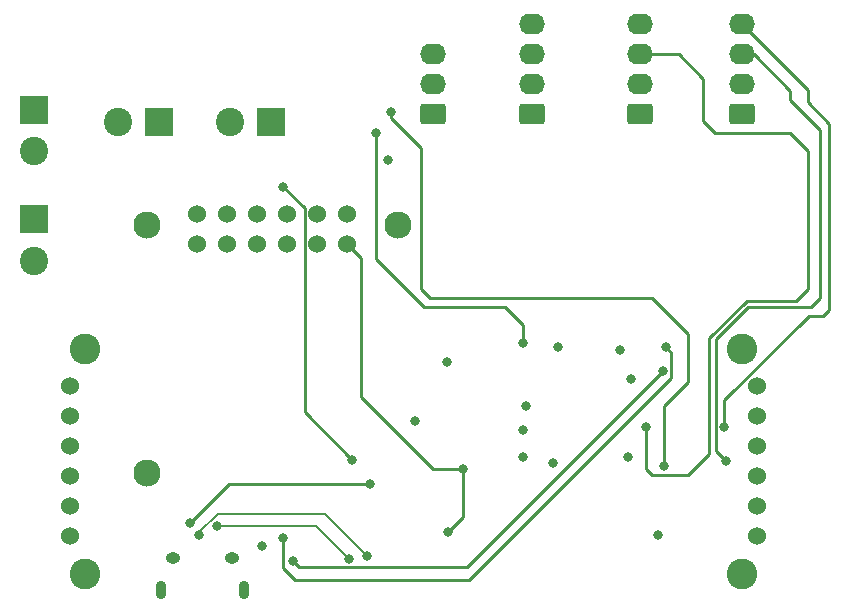
<source format=gbr>
%TF.GenerationSoftware,KiCad,Pcbnew,(6.0.0-0)*%
%TF.CreationDate,2022-12-05T13:27:29-05:00*%
%TF.ProjectId,Body_Servos,426f6479-5f53-4657-9276-6f732e6b6963,rev?*%
%TF.SameCoordinates,Original*%
%TF.FileFunction,Copper,L2,Inr*%
%TF.FilePolarity,Positive*%
%FSLAX46Y46*%
G04 Gerber Fmt 4.6, Leading zero omitted, Abs format (unit mm)*
G04 Created by KiCad (PCBNEW (6.0.0-0)) date 2022-12-05 13:27:29*
%MOMM*%
%LPD*%
G01*
G04 APERTURE LIST*
G04 Aperture macros list*
%AMRoundRect*
0 Rectangle with rounded corners*
0 $1 Rounding radius*
0 $2 $3 $4 $5 $6 $7 $8 $9 X,Y pos of 4 corners*
0 Add a 4 corners polygon primitive as box body*
4,1,4,$2,$3,$4,$5,$6,$7,$8,$9,$2,$3,0*
0 Add four circle primitives for the rounded corners*
1,1,$1+$1,$2,$3*
1,1,$1+$1,$4,$5*
1,1,$1+$1,$6,$7*
1,1,$1+$1,$8,$9*
0 Add four rect primitives between the rounded corners*
20,1,$1+$1,$2,$3,$4,$5,0*
20,1,$1+$1,$4,$5,$6,$7,0*
20,1,$1+$1,$6,$7,$8,$9,0*
20,1,$1+$1,$8,$9,$2,$3,0*%
G04 Aperture macros list end*
%TA.AperFunction,ComponentPad*%
%ADD10R,2.400000X2.400000*%
%TD*%
%TA.AperFunction,ComponentPad*%
%ADD11C,2.400000*%
%TD*%
%TA.AperFunction,ComponentPad*%
%ADD12RoundRect,0.250000X0.845000X-0.620000X0.845000X0.620000X-0.845000X0.620000X-0.845000X-0.620000X0*%
%TD*%
%TA.AperFunction,ComponentPad*%
%ADD13O,2.190000X1.740000*%
%TD*%
%TA.AperFunction,ComponentPad*%
%ADD14O,0.890000X1.550000*%
%TD*%
%TA.AperFunction,ComponentPad*%
%ADD15O,1.250000X0.950000*%
%TD*%
%TA.AperFunction,ComponentPad*%
%ADD16C,1.524000*%
%TD*%
%TA.AperFunction,ComponentPad*%
%ADD17C,2.600000*%
%TD*%
%TA.AperFunction,ComponentPad*%
%ADD18C,2.300000*%
%TD*%
%TA.AperFunction,ViaPad*%
%ADD19C,0.800000*%
%TD*%
%TA.AperFunction,Conductor*%
%ADD20C,0.250000*%
%TD*%
%TA.AperFunction,Conductor*%
%ADD21C,0.200000*%
%TD*%
%TA.AperFunction,Conductor*%
%ADD22C,0.254000*%
%TD*%
G04 APERTURE END LIST*
D10*
%TO.N,GND*%
%TO.C,J5*%
X66273333Y-93390000D03*
D11*
%TO.N,+12V*%
X66273333Y-96890000D03*
%TD*%
D12*
%TO.N,GND*%
%TO.C,J3*%
X108404000Y-93766000D03*
D13*
%TO.N,+5V*%
X108404000Y-91226000D03*
%TO.N,AUX1-1*%
X108404000Y-88686000D03*
%TO.N,AUX1-2*%
X108404000Y-86146000D03*
%TD*%
D14*
%TO.N,unconnected-(J1-Pad6)*%
%TO.C,J1*%
X77020000Y-134060000D03*
X84020000Y-134060000D03*
D15*
X78020000Y-131360000D03*
X83020000Y-131360000D03*
%TD*%
D10*
%TO.N,GND*%
%TO.C,J8*%
X86298000Y-94410000D03*
D11*
%TO.N,+5V*%
X82798000Y-94410000D03*
%TD*%
D12*
%TO.N,GND*%
%TO.C,J2*%
X126208000Y-93766000D03*
D13*
%TO.N,+5V*%
X126208000Y-91226000D03*
%TO.N,AUX3-1*%
X126208000Y-88686000D03*
%TO.N,AUX3-2*%
X126208000Y-86146000D03*
%TD*%
D16*
%TO.N,GND*%
%TO.C,U7*%
X69247000Y-116800000D03*
%TO.N,unconnected-(U7-Pad2)*%
X69247000Y-119340000D03*
%TO.N,SCL*%
X69247000Y-121880000D03*
%TO.N,SDA*%
X69247000Y-124420000D03*
%TO.N,+3.3V*%
X69247000Y-126960000D03*
%TO.N,+5V*%
X69247000Y-129500000D03*
%TO.N,GND*%
X127413000Y-116800000D03*
%TO.N,unconnected-(U7-Pad8)*%
X127413000Y-119340000D03*
%TO.N,SCL*%
X127413000Y-121880000D03*
%TO.N,SDA*%
X127413000Y-124420000D03*
%TO.N,+3.3V*%
X127413000Y-126960000D03*
%TO.N,+5V*%
X127413000Y-129500000D03*
D17*
%TO.N,N/C*%
X70517000Y-113625000D03*
X126143000Y-113625000D03*
X126143000Y-132675000D03*
X70517000Y-132675000D03*
%TD*%
D16*
%TO.N,+5V*%
%TO.C,U6*%
X92765000Y-102235000D03*
%TO.N,GND*%
X90225000Y-102235000D03*
X87685000Y-102235000D03*
%TO.N,+12V*%
X85145000Y-102235000D03*
%TO.N,unconnected-(U6-Pad5)*%
X82605000Y-102235000D03*
%TO.N,unconnected-(U6-Pad6)*%
X80065000Y-102235000D03*
%TO.N,unconnected-(U6-Pad7)*%
X80065000Y-104775000D03*
%TO.N,unconnected-(U6-Pad8)*%
X82605000Y-104775000D03*
%TO.N,+12V*%
X85145000Y-104775000D03*
%TO.N,GND*%
X87685000Y-104775000D03*
X90225000Y-104775000D03*
%TO.N,+5V*%
X92765000Y-104775000D03*
D18*
%TO.N,N/C*%
X97015000Y-103165000D03*
X75815000Y-103165000D03*
X75815000Y-124165000D03*
%TD*%
D10*
%TO.N,GND*%
%TO.C,J6*%
X66273333Y-102650000D03*
D11*
%TO.N,+12V*%
X66273333Y-106150000D03*
%TD*%
D12*
%TO.N,GND*%
%TO.C,J4*%
X117554000Y-93766000D03*
D13*
%TO.N,+5V*%
X117554000Y-91226000D03*
%TO.N,AUX2-1*%
X117554000Y-88686000D03*
%TO.N,AUX2-2*%
X117554000Y-86146000D03*
%TD*%
D12*
%TO.N,GND*%
%TO.C,J12*%
X100028000Y-93766000D03*
D13*
%TO.N,RX_FU*%
X100028000Y-91226000D03*
%TO.N,TX_FU*%
X100028000Y-88686000D03*
%TD*%
D10*
%TO.N,GND*%
%TO.C,J7*%
X76834666Y-94410000D03*
D11*
%TO.N,+5V*%
X73334666Y-94410000D03*
%TD*%
D19*
%TO.N,RX_FU*%
X107666000Y-122746000D03*
%TO.N,GND*%
X98522000Y-119698000D03*
X85560000Y-130350000D03*
X115878500Y-113686500D03*
X101200000Y-114734000D03*
X96236000Y-97600000D03*
X110206000Y-123254000D03*
X110633500Y-113428500D03*
%TO.N,+3.3V*%
X87346000Y-99886000D03*
X93188000Y-123000000D03*
%TO.N,VBUS*%
X79472000Y-128334000D03*
X94712000Y-125032000D03*
%TO.N,D-*%
X94458000Y-131128000D03*
X80234000Y-129350000D03*
%TO.N,D+*%
X92934000Y-131382000D03*
X81758000Y-128588000D03*
%TO.N,+5V*%
X119096000Y-129350000D03*
X102586000Y-123762000D03*
X101316000Y-129096000D03*
%TO.N,ST_LED_D*%
X96490000Y-93536000D03*
X119604000Y-123508000D03*
%TO.N,TX_FU*%
X116556000Y-122746000D03*
%TO.N,TXD0*%
X119731000Y-113475000D03*
X87346000Y-129604000D03*
%TO.N,RXD0*%
X119477000Y-115507000D03*
X88174443Y-131569557D03*
%TO.N,RESET*%
X107666000Y-113094000D03*
X95220000Y-95314000D03*
%TO.N,AUX3-1*%
X124811000Y-123127000D03*
%TO.N,AUX3-2*%
X124684000Y-120206000D03*
%TO.N,AUX1-1*%
X107666000Y-120460000D03*
%TO.N,AUX1-2*%
X107920000Y-118428000D03*
%TO.N,AUX2-1*%
X118080000Y-120206000D03*
%TO.N,AUX2-2*%
X116810000Y-116142000D03*
%TD*%
D20*
%TO.N,+3.3V*%
X87346000Y-99886000D02*
X89138489Y-101678489D01*
X89138489Y-118950489D02*
X93188000Y-123000000D01*
X89138489Y-101678489D02*
X89138489Y-118950489D01*
%TO.N,VBUS*%
X79472000Y-128334000D02*
X82774000Y-125032000D01*
X82774000Y-125032000D02*
X94712000Y-125032000D01*
D21*
%TO.N,D-*%
X80234000Y-129122741D02*
X80234000Y-129350000D01*
X90902000Y-127572000D02*
X81784741Y-127572000D01*
X81784741Y-127572000D02*
X80234000Y-129122741D01*
X94458000Y-131128000D02*
X90902000Y-127572000D01*
%TO.N,D+*%
X90140000Y-128588000D02*
X92934000Y-131382000D01*
X81758000Y-128588000D02*
X90140000Y-128588000D01*
D22*
%TO.N,+5V*%
X102586000Y-127826000D02*
X102586000Y-123762000D01*
X93950000Y-117666000D02*
X93950000Y-105960000D01*
X100046000Y-123762000D02*
X93950000Y-117666000D01*
X102586000Y-123762000D02*
X100046000Y-123762000D01*
X93950000Y-105960000D02*
X92765000Y-104775000D01*
X101316000Y-129096000D02*
X102586000Y-127826000D01*
D20*
%TO.N,ST_LED_D*%
X99030000Y-108522000D02*
X99792000Y-109284000D01*
X99792000Y-109284000D02*
X118588000Y-109284000D01*
X96490000Y-93536000D02*
X96490000Y-94044000D01*
X118588000Y-109284000D02*
X121636000Y-112332000D01*
X119604000Y-118428000D02*
X119604000Y-123508000D01*
X121636000Y-116396000D02*
X119604000Y-118428000D01*
X96490000Y-94044000D02*
X99030000Y-96584000D01*
X121636000Y-112332000D02*
X121636000Y-116396000D01*
X99030000Y-96584000D02*
X99030000Y-108522000D01*
%TO.N,TXD0*%
X119731000Y-113475000D02*
X120201511Y-113945511D01*
X88362000Y-133160000D02*
X87346000Y-132144000D01*
X103094000Y-133160000D02*
X88362000Y-133160000D01*
X120201511Y-113945511D02*
X120201511Y-116052489D01*
X120201511Y-116052489D02*
X103094000Y-133160000D01*
X87346000Y-132144000D02*
X87346000Y-129604000D01*
%TO.N,RXD0*%
X119477000Y-115507000D02*
X102877489Y-132106511D01*
X88711397Y-132106511D02*
X88174443Y-131569557D01*
X102877489Y-132106511D02*
X88711397Y-132106511D01*
%TO.N,RESET*%
X107666000Y-111570000D02*
X107666000Y-113094000D01*
X95220000Y-105982000D02*
X99284000Y-110046000D01*
X99284000Y-110046000D02*
X106142000Y-110046000D01*
X95220000Y-95314000D02*
X95220000Y-105982000D01*
X106142000Y-110046000D02*
X107666000Y-111570000D01*
D22*
%TO.N,AUX3-1*%
X130272000Y-92520000D02*
X130272000Y-91758000D01*
X124811000Y-123127000D02*
X123957489Y-122273489D01*
X132050000Y-110046000D02*
X132812000Y-109284000D01*
X126716000Y-110046000D02*
X132050000Y-110046000D01*
X123957489Y-112804511D02*
X126716000Y-110046000D01*
X123957489Y-122273489D02*
X123957489Y-112804511D01*
X132812000Y-109284000D02*
X132812000Y-95060000D01*
X132812000Y-95060000D02*
X130272000Y-92520000D01*
X130272000Y-91758000D02*
X127200000Y-88686000D01*
X127200000Y-88686000D02*
X126208000Y-88686000D01*
%TO.N,AUX3-2*%
X133574000Y-110300000D02*
X133574000Y-94552000D01*
X133066000Y-110808000D02*
X133574000Y-110300000D01*
X131865612Y-110808000D02*
X133066000Y-110808000D01*
X131772000Y-91710000D02*
X126208000Y-86146000D01*
X124684000Y-120206000D02*
X124684000Y-117989612D01*
X133574000Y-94552000D02*
X131772000Y-92750000D01*
X124684000Y-117989612D02*
X131865612Y-110808000D01*
X131772000Y-92750000D02*
X131772000Y-91710000D01*
%TO.N,AUX2-1*%
X120850000Y-88686000D02*
X117554000Y-88686000D01*
X118080000Y-120206000D02*
X118080000Y-123762000D01*
X123922000Y-95314000D02*
X122906000Y-94298000D01*
X118588000Y-124270000D02*
X121636000Y-124270000D01*
X123414000Y-112706626D02*
X126582626Y-109538000D01*
X118080000Y-123762000D02*
X118588000Y-124270000D01*
X121636000Y-124270000D02*
X123414000Y-122492000D01*
X122906000Y-90742000D02*
X120850000Y-88686000D01*
X131796000Y-108522000D02*
X131796000Y-96838000D01*
X122906000Y-94298000D02*
X122906000Y-90742000D01*
X126582626Y-109538000D02*
X130780000Y-109538000D01*
X130780000Y-109538000D02*
X131796000Y-108522000D01*
X130272000Y-95314000D02*
X123922000Y-95314000D01*
X123414000Y-122492000D02*
X123414000Y-112706626D01*
X131796000Y-96838000D02*
X130272000Y-95314000D01*
%TD*%
M02*

</source>
